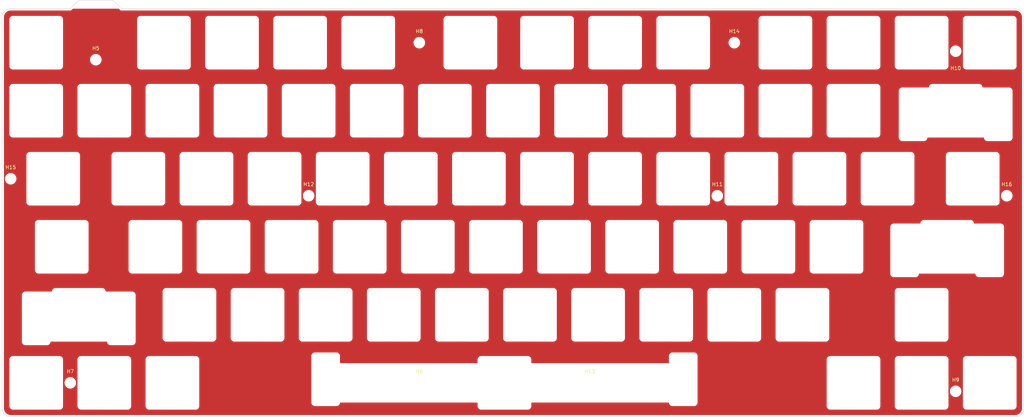
<source format=kicad_pcb>
(kicad_pcb (version 20211014) (generator pcbnew)
  (layers (0 "F.Cu" signal) (31 "B.Cu" signal) (34 "B.Paste" user) (35 "F.Paste" user) (36 "B.SilkS" user "B.Silkscreen") (37 "F.SilkS" user "F.Silkscreen") (38 "B.Mask" user) (39 "F.Mask" user) (44 "Edge.Cuts" user))
  (net 0 "")
  (footprint "bschwind_slots:mx_top_plate_1.00u" (layer "F.Cu") (at 276.225 126.20625))
  (footprint "bschwind_slots:mx_top_plate_1.00u" (layer "F.Cu") (at 90.4875 107.15625))
  (footprint "bschwind_slots:mx_top_plate_1.00u" (layer "F.Cu") (at 100.0125 88.10625))
  (footprint "MountingHole:MountingHole_2.2mm_M2" (layer "F.Cu") (at 104.775 73.81875))
  (footprint "bschwind_slots:mx_top_plate_1.00u" (layer "F.Cu") (at 180.975 50.00625))
  (footprint "bschwind_slots:mx_top_plate_1.00u" (layer "F.Cu") (at 238.125 50.00625))
  (footprint "bschwind_slots:mx_top_plate_1.00u" (layer "F.Cu") (at 295.275 30.95625))
  (footprint "MountingHole:MountingHole_2.2mm_M2" (layer "F.Cu") (at 135.73125 126.20625))
  (footprint "bschwind_slots:mx_top_plate_1.00u" (layer "F.Cu") (at 295.275 126.20625))
  (footprint "MountingHole:MountingHole_2.2mm_M2" (layer "F.Cu") (at 223.8375 30.95625))
  (footprint "bschwind_slots:mx_top_plate_1.00u" (layer "F.Cu") (at 104.775 50.00625))
  (footprint "bschwind_slots:mx_top_plate_1.00u" (layer "F.Cu") (at 121.44375 30.95625))
  (footprint "bschwind_slots:mx_top_plate_1.00u" (layer "F.Cu") (at 95.25 69.05625))
  (footprint "bschwind_slots:mx_top_plate_1.00u" (layer "F.Cu") (at 223.8375 107.15625))
  (footprint "bschwind_slots:mx_top_plate_1.00u" (layer "F.Cu") (at 64.29375 30.95625))
  (footprint "bschwind_slots:mx_top_plate_1.00u" (layer "F.Cu") (at 161.925 50.00625))
  (footprint "bschwind_slots:mx_top_plate_1.00u" (layer "F.Cu") (at 147.6375 107.15625))
  (footprint "bschwind_slots:mx_top_plate_1.00u" (layer "F.Cu") (at 233.3625 88.10625))
  (footprint "bschwind_slots:mx_top_plate_1.00u" (layer "F.Cu") (at 257.175 126.20625))
  (footprint "bschwind_slots:mx_top_plate_1.00u" (layer "F.Cu") (at 176.2125 88.10625))
  (footprint "bschwind_slots:mx_top_plate_1.00u" (layer "F.Cu") (at 238.125 30.95625))
  (footprint "bschwind_slots:mx_top_plate_1.00u" (layer "F.Cu") (at 152.4 69.05625))
  (footprint "MountingHole:MountingHole_2.2mm_M2" (layer "F.Cu") (at 300.0375 73.81875))
  (footprint "bschwind_slots:mx_top_plate_2.25u" (layer "F.Cu") (at 283.36875 88.10625))
  (footprint "bschwind_slots:mx_top_plate_1.00u" (layer "F.Cu") (at 157.1625 88.10625))
  (footprint "bschwind_slots:mx_top_plate_1.00u" (layer "F.Cu") (at 85.725 50.00625))
  (footprint "bschwind_slots:mx_top_plate_1.00u" (layer "F.Cu") (at 28.575 30.95625))
  (footprint "bschwind_slots:mx_top_plate_1.00u" (layer "F.Cu") (at 102.39375 30.95625))
  (footprint "bschwind_slots:mx_top_plate_1.00u" (layer "F.Cu") (at 66.675 126.20625))
  (footprint "bschwind_slots:mx_top_plate_1.50u" (layer "F.Cu") (at 33.3375 69.05625))
  (footprint "bschwind_slots:mx_top_plate_1.00u" (layer "F.Cu") (at 133.35 69.05625))
  (footprint "bschwind_slots:mx_top_plate_1.00u" (layer "F.Cu") (at 119.0625 88.10625))
  (footprint "bschwind_slots:mx_top_plate_1.75u" (layer "F.Cu") (at 35.71875 88.10625))
  (footprint "bschwind_slots:mx_top_plate_1.00u" (layer "F.Cu") (at 190.5 69.05625))
  (footprint "bschwind_slots:mx_top_plate_6.25u" (layer "F.Cu") (at 159.54375 126.20625 180))
  (footprint "bschwind_slots:mx_top_plate_1.00u" (layer "F.Cu") (at 252.4125 88.10625))
  (footprint "bschwind_slots:mx_top_plate_1.00u" (layer "F.Cu") (at 76.2 69.05625))
  (footprint "bschwind_slots:mx_top_plate_1.00u" (layer "F.Cu") (at 138.1125 88.10625))
  (footprint "MountingHole:MountingHole_2.2mm_M2" (layer "F.Cu") (at 21.43125 69.05625))
  (footprint "bschwind_slots:mx_top_plate_1.00u" (layer "F.Cu") (at 204.7875 107.15625))
  (footprint "bschwind_slots:mx_top_plate_1.00u" (layer "F.Cu") (at 185.7375 107.15625))
  (footprint "bschwind_slots:mx_top_plate_1.00u" (layer "F.Cu") (at 28.575 126.20625))
  (footprint "bschwind_slots:mx_top_plate_1.00u" (layer "F.Cu") (at 276.225 107.15625))
  (footprint "bschwind_slots:mx_top_plate_1.00u" (layer "F.Cu") (at 83.34375 30.95625))
  (footprint "bschwind_slots:mx_top_plate_1.00u" (layer "F.Cu") (at 228.6 69.05625))
  (footprint "bschwind_slots:mx_top_plate_1.00u" (layer "F.Cu") (at 266.7 69.05625))
  (footprint "bschwind_slots:mx_top_plate_1.00u" (layer "F.Cu") (at 171.45 30.95625))
  (footprint "bschwind_slots:mx_top_plate_1.00u" (layer "F.Cu") (at 200.025 50.00625))
  (footprint "bschwind_slots:mx_top_plate_1.00u" (layer "F.Cu") (at 195.2625 88.10625))
  (footprint "bschwind_slots:mx_top_plate_1.00u" (layer "F.Cu") (at 214.3125 88.10625))
  (footprint "MountingHole:MountingHole_2.2mm_M2" (layer "F.Cu") (at 285.75 33.3375))
  (footprint "bschwind_slots:mx_top_plate_1.00u" (layer "F.Cu") (at 219.075 50.00625))
  (footprint "bschwind_slots:mx_top_plate_1.00u" (layer "F.Cu") (at 71.4375 107.15625))
  (footprint "bschwind_slots:mx_top_plate_1.00u" (layer "F.Cu") (at 128.5875 107.15625))
  (footprint "bschwind_slots:mx_top_plate_1.00u" (layer "F.Cu") (at 276.225 30.95625))
  (footprint "MountingHole:MountingHole_2.2mm_M2" (layer "F.Cu") (at 285.75 128.5875))
  (footprint "bschwind_slots:mx_top_plate_1.00u" (layer "F.Cu") (at 28.575 50.00625))
  (footprint "bschwind_slots:mx_top_plate_1.00u" (layer "F.Cu") (at 61.9125 88.10625))
  (footprint "bschwind_slots:mx_top_plate_1.50u" (layer "F.Cu") (at 290.5125 69.05625))
  (footprint "bschwind_slots:mx_top_plate_1.00u" (layer "F.Cu") (at 114.3 69.05625))
  (footprint "bschwind_slots:mx_top_plate_1.00u" (layer "F.Cu") (at 66.675 50.00625))
  (footprint "bschwind_slots:mx_top_plate_1.00u" (layer "F.Cu") (at 166.6875 107.15625))
  (footprint "bschwind_slots:mx_top_plate_1.00u" (layer "F.Cu") (at 150.01875 30.95625))
  (footprint "bschwind_slots:mx_top_plate_1.00u" (layer "F.Cu") (at 190.5 30.95625))
  (footprint "MountingHole:MountingHole_2.2mm_M2" (layer "F.Cu") (at 219.075 73.81875))
  (footprint "bschwind_slots:mx_top_plate_2.25u" (layer "F.Cu") (at 40.48125 107.15625))
  (footprint "MountingHole:MountingHole_2.2mm_M2" (layer "F.Cu") (at 183.35625 126.20625))
  (footprint "bschwind_slots:mx_top_plate_2.00u" (layer "F.Cu") (at 285.75 50.00625))
  (footprint "bschwind_slots:mx_top_plate_1.00u" (layer "F.Cu") (at 171.45 69.05625))
  (footprint "bschwind_slots:mx_top_plate_1.00u" (layer "F.Cu") (at 47.625 126.20625))
  (footprint "bschwind_slots:mx_top_plate_1.00u" (layer "F.Cu") (at 142.875 50.00625))
  (footprint "bschwind_slots:mx_top_plate_1.00u" (layer "F.Cu") (at 257.175 30.95625))
  (footprint "bschwind_slots:mx_top_plate_1.00u" (layer "F.Cu") (at 57.15 69.05625))
  (footprint "bschwind_slots:mx_top_plate_1.00u" (layer "F.Cu") (at 242.8875 107.15625))
  (footprint "bschwind_slots:mx_top_plate_1.00u" (layer "F.Cu") (at 209.55 69.05625))
  (footprint "bschwind_slots:mx_top_plate_1.00u" (layer "F.Cu") (at 247.65 69.05625))
  (footprint "bschwind_slots:mx_top_plate_1.00u" (layer "F.Cu") (at 47.625 50.00625))
  (footprint "bschwind_slots:mx_top_plate_1.00u" (layer "F.Cu") (at 209.55 30.95625))
  (footprint "MountingHole:MountingHole_2.2mm_M2" (layer "F.Cu") (at 38.1 126.20625))
  (footprint "bschwind_slots:mx_top_plate_1.00u" (layer "F.Cu") (at 123.825 50.00625))
  (footprint "MountingHole:MountingHole_2.2mm_M2" (layer "F.Cu") (at 45.24375 35.71875))
  (footprint "bschwind_slots:mx_top_plate_1.00u" (layer "F.Cu") (at 257.175 50.00625))
  (footprint "bschwind_slots:mx_top_plate_1.00u" (layer "F.Cu") (at 80.9625 88.10625))
  (footprint "bschwind_slots:mx_top_plate_1.00u" (layer "F.Cu") (at 109.5375 107.15625))
  (footprint "MountingHole:MountingHole_2.2mm_M2" (layer "F.Cu") (at 135.73125 30.95625))
  (gr_line (start 40.48125 19.05) (end 38.1 21.43125) (layer "Edge.Cuts") (width 0.1))
  (gr_line (start 302.41875 135.73125) (end 21.43125 135.73125) (layer "Edge.Cuts") (width 0.1))
  (gr_line (start 50.00625 19.05) (end 52.3875 21.43125) (layer "Edge.Cuts") (width 0.1))
  (gr_line (start 40.48125 19.05) (end 50.00625 19.05) (layer "Edge.Cuts") (width 0.1))
  (gr_arc (start 302.41875 21.43125) (mid 304.102533 22.128717) (end 304.8 23.8125) (layer "Edge.Cuts") (width 0.1))
  (gr_line (start 19.05 133.35) (end 19.05 23.8125) (layer "Edge.Cuts") (width 0.1))
  (gr_line (start 52.3875 21.43125) (end 302.41875 21.43125) (layer "Edge.Cuts") (width 0.1))
  (gr_line (start 21.43125 21.43125) (end 38.1 21.43125) (layer "Edge.Cuts") (width 0.1))
  (gr_arc (start 19.05 23.8125) (mid 19.747452 22.128702) (end 21.43125 21.43125) (layer "Edge.Cuts") (width 0.1))
  (gr_arc (start 21.43125 135.73125) (mid 19.747452 135.033798) (end 19.05 133.35) (layer "Edge.Cuts") (width 0.1))
  (gr_line (start 304.8 23.8125) (end 304.8 133.35) (layer "Edge.Cuts") (width 0.1))
  (gr_arc (start 304.8 133.35) (mid 304.102533 135.033783) (end 302.41875 135.73125) (layer "Edge.Cuts") (width 0.1))
  (zone (net 0) (net_name "") (layer "F.Cu") (connect_pads (clearance 0.508)) (min_thickness 0.254) (fill yes (thermal_gap 0.508) (thermal_bridge_width 0.508) (smoothing fillet))
    (polygon (pts (arc (start 304.8 23.8125) (mid 304.102548 22.128702) (end 302.41875 21.43125)) (arc (start 21.43125 21.43125) (mid 19.747452 22.128702) (end 19.05 23.8125)) (arc (start 19.05 133.35) (mid 19.747452 135.033798) (end 21.43125 135.73125)) (arc (start 302.41875 135.73125) (mid 304.102548 135.033798) (end 304.8 133.35))))
  )
)
</source>
